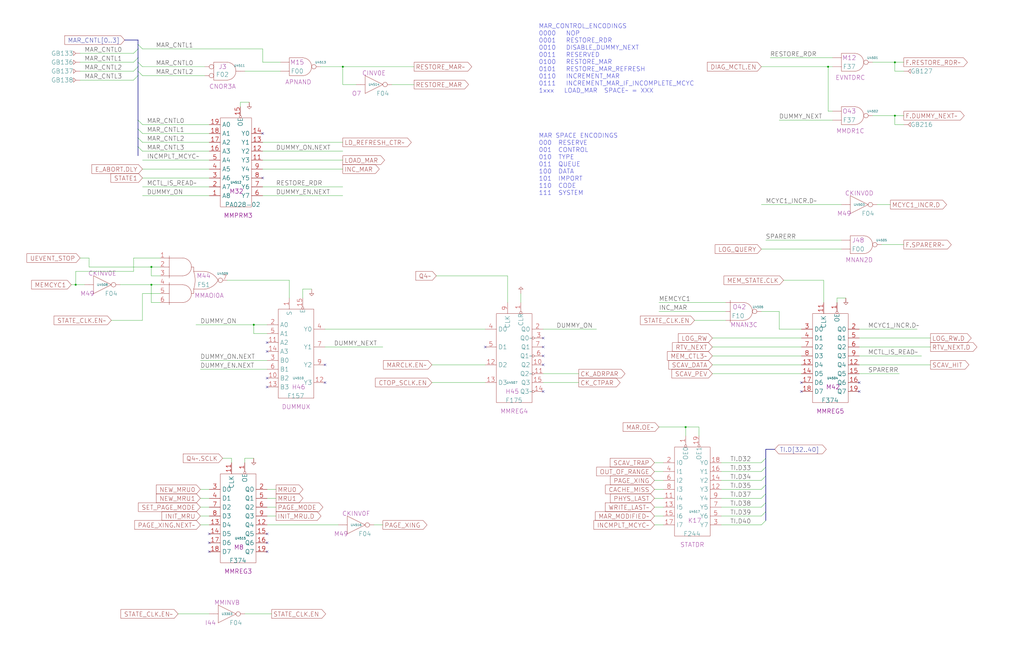
<source format=kicad_sch>
(kicad_sch (version 20230121) (generator eeschema)
  (paper "User" 584.2 378.46)
  (title_block (title "MEMORY STATE MONITOR") (date "20-MAR-90") (rev "1.0") (comment 1 "FIU") (comment 2 "232-003065") (comment 3 "S400") (comment 4 "RELEASED"))
  (lib_symbols
    (symbol "r1000:F00" (pin_numbers hide) (pin_names hide)
      (property "Reference" "U" (at 15.24 0 0))
      (property "Value" "F00" (at 1.905 -5.08 0))
      (property "Location" "___" (at 1.905 0 0))
      (property "Name" "______" (at 2.54 -12.7 0))
      (symbol "F00_1_1"
        (pin input line (at -7.62 0 0) (length 5.08) (name "D0") (number "1"))
        (pin input line (at -7.62 -5.08 0) (length 5.08) (name "D1") (number "2"))
        (pin output line (at 15.24 -2.54 180) (length 2.54) (name "Q") (number "3"))
      )
      (symbol "F00_1_2"
        (pin input line (at -7.62 0 0) (length 2.54) (name "D0") (number "1"))
        (pin input line (at -7.62 -5.08 0) (length 2.54) (name "D1") (number "2"))
        (pin output line (at 15.24 -2.54 180) (length 5.08) (name "Q") (number "3"))
      )
    )
    (symbol "r1000:F02" (pin_numbers hide) (pin_names hide)
      (property "Reference" "U" (at 12.16 0.635 0))
      (property "Value" "F02" (at -1.27 -4.445 0))
      (property "Location" "___" (at 2.54 0 0))
      (property "Name" "______" (at 2.54 -12.7 0))
      (symbol "F02_1_1"
        (pin input line (at -7.62 0 0) (length 2.54) (name "D0") (number "1"))
        (pin input line (at -7.62 -5.08 0) (length 2.54) (name "D1") (number "2"))
        (pin output line (at 15.24 -2.54 180) (length 1.27) (name "Q") (number "3"))
      )
      (symbol "F02_1_2"
        (pin input line (at -7.62 0 0) (length 2.54) (name "D0") (number "1"))
        (pin input line (at -7.62 -5.08 0) (length 2.54) (name "D1") (number "2"))
        (pin output line (at 15.24 -2.54 180) (length 2.54) (name "Q") (number "3"))
      )
    )
    (symbol "r1000:F04" (pin_numbers hide) (pin_names hide)
      (property "Reference" "U" (at 0 0 0))
      (property "Value" "F04" (at 1.27 -5.08 0))
      (property "Location" "___" (at -12.7 -5.08 0))
      (property "Name" "______" (at 0 5.08 0))
      (symbol "F04_1_1"
        (pin input line (at -10.16 0 0) (length 2.54) (name "D0") (number "1"))
        (pin output line (at 10.16 0 180) (length 2.54) (name "Q") (number "2"))
      )
    )
    (symbol "r1000:F10" (pin_numbers hide) (pin_names hide)
      (property "Reference" "U" (at 13.335 0 0))
      (property "Value" "F10" (at 5.715 -5.08 0))
      (property "Location" "___" (at -1.27 0 0))
      (property "Name" "______" (at -2.54 -10.16 0))
      (symbol "F10_1_1"
        (pin input line (at -5.08 2.54 0) (length 2.54) (name "D0") (number "1"))
        (pin input line (at -5.08 -2.54 0) (length 2.54) (name "D1") (number "2"))
        (pin input line (at -5.08 -7.62 0) (length 2.54) (name "D2") (number "3"))
        (pin output line (at 15.24 -2.54 180) (length 2.54) (name "Q") (number "4"))
      )
      (symbol "F10_1_2"
        (pin input line (at -5.08 2.54 0) (length 0) (name "D0") (number "1"))
        (pin input line (at -5.08 -2.54 0) (length 0) (name "D1") (number "2"))
        (pin input line (at -5.08 -7.62 0) (length 0) (name "D2") (number "3"))
        (pin output line (at 15.24 -2.54 180) (length 2.54) (name "Q") (number "4"))
      )
    )
    (symbol "r1000:F157" (pin_names (offset 1.016))
      (property "Reference" "U" (at 2.54 5.08 0))
      (property "Value" "F157" (at -3.81 -5.08 0))
      (property "Location" "___" (at -1.27 0 0))
      (property "Name" "______" (at 1.27 -12.7 0))
      (symbol "F157_1_1"
        (pin input line (at -2.54 50.8 270) (length 6.35) (name "S") (number "1"))
        (pin input line (at -15.24 5.08 0) (length 6.35) (name "B2") (number "10"))
        (pin input line (at -15.24 25.4 0) (length 6.35) (name "A2") (number "11"))
        (pin output line (at 17.78 2.54 180) (length 6.35) (name "Y3") (number "12"))
        (pin input line (at -15.24 0 0) (length 6.35) (name "B3") (number "13"))
        (pin input line (at -15.24 20.32 0) (length 6.35) (name "A3") (number "14"))
        (pin input line (at 5.08 50.8 270) (length 5.08) (name "E") (number "15"))
        (pin input line (at -15.24 35.56 0) (length 6.35) (name "A0") (number "2"))
        (pin input line (at -15.24 15.24 0) (length 6.35) (name "B0") (number "3"))
        (pin output line (at 17.78 33.02 180) (length 6.35) (name "Y0") (number "4"))
        (pin input line (at -15.24 30.48 0) (length 6.35) (name "A1") (number "5"))
        (pin input line (at -15.24 10.16 0) (length 6.35) (name "B1") (number "6"))
        (pin output line (at 17.78 22.86 180) (length 6.35) (name "Y1") (number "7"))
        (pin output line (at 17.78 12.7 180) (length 6.35) (name "Y2") (number "9"))
      )
    )
    (symbol "r1000:F175" (pin_names (offset 1.016))
      (property "Reference" "U" (at 2.54 5.08 0))
      (property "Value" "F175" (at -1.27 -5.08 0))
      (property "Location" "___" (at -1.27 0 0))
      (property "Name" "______" (at 3.81 -12.7 0))
      (symbol "F175_1_1"
        (pin input line (at 7.62 50.8 270) (length 5.08) (name "CLR") (number "1"))
        (pin output line (at 20.32 15.24 180) (length 6.35) (name "Q2") (number "10"))
        (pin output line (at 20.32 10.16 180) (length 5.08) (name "Q2~") (number "11"))
        (pin input line (at -12.7 15.24 0) (length 6.35) (name "D2") (number "12"))
        (pin input line (at -12.7 5.08 0) (length 6.35) (name "D3") (number "13"))
        (pin output line (at 20.32 0 180) (length 5.08) (name "Q3~") (number "14"))
        (pin output line (at 20.32 5.08 180) (length 6.35) (name "Q3") (number "15"))
        (pin output line (at 20.32 35.56 180) (length 6.35) (name "Q0") (number "2"))
        (pin output line (at 20.32 30.48 180) (length 5.08) (name "Q0~") (number "3"))
        (pin input line (at -12.7 35.56 0) (length 6.35) (name "D0") (number "4"))
        (pin input line (at -12.7 25.4 0) (length 6.35) (name "D1") (number "5"))
        (pin output line (at 20.32 20.32 180) (length 5.08) (name "Q1~") (number "6"))
        (pin output line (at 20.32 25.4 180) (length 6.35) (name "Q1") (number "7"))
        (pin input line (at 0 50.8 270) (length 6.35) (name "CLK") (number "9"))
      )
    )
    (symbol "r1000:F244" (pin_names (offset 1.016))
      (property "Reference" "U" (at 2.54 5.08 0))
      (property "Value" "F244" (at -3.81 -7.62 0))
      (property "Location" "___" (at -1.27 0 0))
      (property "Name" "______" (at 1.27 -15.24 0))
      (symbol "F244_1_1"
        (pin input line (at -2.54 48.26 270) (length 5.08) (name "OE0") (number "1"))
        (pin input line (at -15.24 12.7 0) (length 6.35) (name "I4") (number "11"))
        (pin tri_state line (at 17.78 17.78 180) (length 6.35) (name "Y3") (number "12"))
        (pin input line (at -15.24 7.62 0) (length 6.35) (name "I5") (number "13"))
        (pin tri_state line (at 17.78 22.86 180) (length 6.35) (name "Y2") (number "14"))
        (pin input line (at -15.24 2.54 0) (length 6.35) (name "I6") (number "15"))
        (pin tri_state line (at 17.78 27.94 180) (length 6.35) (name "Y1") (number "16"))
        (pin input line (at -15.24 -2.54 0) (length 6.35) (name "I7") (number "17"))
        (pin tri_state line (at 17.78 33.02 180) (length 6.35) (name "Y0") (number "18"))
        (pin input line (at 5.08 48.26 270) (length 5.08) (name "OE1") (number "19"))
        (pin input line (at -15.24 33.02 0) (length 6.35) (name "I0") (number "2"))
        (pin tri_state line (at 17.78 -2.54 180) (length 6.35) (name "Y7") (number "3"))
        (pin input line (at -15.24 27.94 0) (length 6.35) (name "I1") (number "4"))
        (pin tri_state line (at 17.78 2.54 180) (length 6.35) (name "Y6") (number "5"))
        (pin input line (at -15.24 22.86 0) (length 6.35) (name "I2") (number "6"))
        (pin tri_state line (at 17.78 7.62 180) (length 6.35) (name "Y5") (number "7"))
        (pin input line (at -15.24 17.78 0) (length 6.35) (name "I3") (number "8"))
        (pin tri_state line (at 17.78 12.7 180) (length 6.35) (name "Y4") (number "9"))
      )
    )
    (symbol "r1000:F37" (pin_numbers hide) (pin_names (offset 0) hide)
      (property "Reference" "U" (at 15.24 0 0))
      (property "Value" "F37" (at 1.905 -5.08 0))
      (property "Location" "___" (at 1.905 0 0))
      (property "Name" "______" (at 2.54 -12.7 0))
      (symbol "F37_1_1"
        (pin input line (at -7.62 0 0) (length 5.08) (name "D0") (number "1"))
        (pin input line (at -7.62 -5.08 0) (length 5.08) (name "D1") (number "2"))
        (pin output line (at 15.24 -2.54 180) (length 2.54) (name "Q") (number "3"))
      )
      (symbol "F37_1_2"
        (pin input line (at -7.62 0 0) (length 2.54) (name "D0") (number "1"))
        (pin input line (at -7.62 -5.08 0) (length 2.54) (name "D1") (number "2"))
        (pin output line (at 15.24 -2.54 180) (length 5.08) (name "Q") (number "3"))
      )
    )
    (symbol "r1000:F374" (pin_names (offset 1.016))
      (property "Reference" "U" (at 2.54 5.08 0))
      (property "Value" "F374" (at -3.81 -7.62 0))
      (property "Location" "___" (at -1.27 0 0))
      (property "Name" "______" (at 1.27 -15.24 0))
      (symbol "F374_1_1"
        (pin input line (at 5.08 48.26 270) (length 5.08) (name "OE") (number "1"))
        (pin input line (at -2.54 48.26 270) (length 6.35) (name "CLK") (number "11"))
        (pin tri_state line (at 17.78 12.7 180) (length 6.35) (name "Q4") (number "12"))
        (pin input line (at -15.24 12.7 0) (length 6.35) (name "D4") (number "13"))
        (pin input line (at -15.24 7.62 0) (length 6.35) (name "D5") (number "14"))
        (pin tri_state line (at 17.78 7.62 180) (length 6.35) (name "Q5") (number "15"))
        (pin tri_state line (at 17.78 2.54 180) (length 6.35) (name "Q6") (number "16"))
        (pin input line (at -15.24 2.54 0) (length 6.35) (name "D6") (number "17"))
        (pin input line (at -15.24 -2.54 0) (length 6.35) (name "D7") (number "18"))
        (pin tri_state line (at 17.78 -2.54 180) (length 6.35) (name "Q7") (number "19"))
        (pin tri_state line (at 17.78 33.02 180) (length 6.35) (name "Q0") (number "2"))
        (pin input line (at -15.24 33.02 0) (length 6.35) (name "D0") (number "3"))
        (pin input line (at -15.24 27.94 0) (length 6.35) (name "D1") (number "4"))
        (pin tri_state line (at 17.78 27.94 180) (length 6.35) (name "Q1") (number "5"))
        (pin tri_state line (at 17.78 22.86 180) (length 6.35) (name "Q2") (number "6"))
        (pin input line (at -15.24 22.86 0) (length 6.35) (name "D2") (number "7"))
        (pin input line (at -15.24 17.78 0) (length 6.35) (name "D3") (number "8"))
        (pin tri_state line (at 17.78 17.78 180) (length 6.35) (name "Q3") (number "9"))
      )
    )
    (symbol "r1000:F51" (pin_names hide)
      (property "Reference" "U" (at 12.7 1.27 0))
      (property "Value" "F51" (at 1.905 -5.08 0))
      (property "Location" "___" (at 1.905 0 0))
      (property "Name" "______" (at 5.08 -12.7 0))
      (symbol "F51_1_1"
        (pin input line (at -22.86 10.16 0) (length 2.54) (name "A1") (number "1"))
        (pin input line (at -22.86 5.08 0) (length 2.54) (name "A2") (number "2"))
        (pin input line (at -22.86 0 0) (length 2.54) (name "A3") (number "3"))
        (pin input line (at -22.86 -5.08 0) (length 2.54) (name "B1") (number "4"))
        (pin input line (at -22.86 -10.16 0) (length 2.54) (name "B2") (number "5"))
        (pin input line (at -22.86 -15.24 0) (length 2.54) (name "B3") (number "6"))
        (pin output line (at 15.24 -2.54 180) (length 2.54) (name "Q") (number "7"))
      )
    )
    (symbol "r1000:GB" (pin_numbers hide) (pin_names (offset 0) hide)
      (property "Reference" "GB" (at 3.81 0 0))
      (symbol "GB_1_1"
        (pin bidirectional line (at 0 0 0) (length 2.54) (name "") (number "1"))
      )
    )
    (symbol "r1000:PAxxx" (pin_names (offset 1.016))
      (property "Reference" "U" (at 2.54 5.08 0))
      (property "Value" "PAxxx" (at -3.81 -7.62 0))
      (property "Location" "___" (at -1.27 0 0))
      (property "Name" "______" (at 3.81 -15.24 0))
      (symbol "PAxxx_1_1"
        (pin input line (at -12.7 -2.54 0) (length 6.35) (name "A8") (number "1"))
        (pin tri_state line (at 17.78 17.78 180) (length 6.35) (name "Y3") (number "11"))
        (pin tri_state line (at 17.78 22.86 180) (length 6.35) (name "Y2") (number "12"))
        (pin tri_state line (at 17.78 27.94 180) (length 6.35) (name "Y1") (number "13"))
        (pin tri_state line (at 17.78 33.02 180) (length 6.35) (name "Y0") (number "14"))
        (pin input line (at 5.08 48.26 270) (length 5.08) (name "OE") (number "15"))
        (pin input line (at -12.7 22.86 0) (length 6.35) (name "A3") (number "16"))
        (pin input line (at -12.7 27.94 0) (length 6.35) (name "A2") (number "17"))
        (pin input line (at -12.7 33.02 0) (length 6.35) (name "A1") (number "18"))
        (pin input line (at -12.7 38.1 0) (length 6.35) (name "A0") (number "19"))
        (pin input line (at -12.7 2.54 0) (length 6.35) (name "A7") (number "2"))
        (pin input line (at -12.7 7.62 0) (length 6.35) (name "A6") (number "3"))
        (pin input line (at -12.7 12.7 0) (length 6.35) (name "A5") (number "4"))
        (pin input line (at -12.7 17.78 0) (length 6.35) (name "A4") (number "5"))
        (pin tri_state line (at 17.78 -2.54 180) (length 6.35) (name "Y7") (number "6"))
        (pin tri_state line (at 17.78 2.54 180) (length 6.35) (name "Y6") (number "7"))
        (pin tri_state line (at 17.78 7.62 180) (length 6.35) (name "Y5") (number "8"))
        (pin tri_state line (at 17.78 12.7 180) (length 6.35) (name "Y4") (number "9"))
      )
    )
    (symbol "r1000:PD" (power) (pin_numbers hide) (pin_names hide) (in_bom no)
      (symbol "PD_1_1"
        (pin power_in line (at 0 0 270) (length 2.54) (name "PD") (number "1"))
      )
    )
    (symbol "r1000:PU" (power) (pin_numbers hide) (pin_names hide)
      (symbol "PU_1_1"
        (pin power_in line (at 0 0 90) (length 2.54) (name "PU") (number "1"))
      )
    )
  )
  (junction (at 43.18 162.56))
  (junction (at 86.36 152.4))
  (junction (at 510.54 35.56))
  (junction (at 510.54 66.04))
  (junction (at 391.16 243.84))
  (junction (at 86.36 162.56))
  (junction (at 472.44 38.1))
  (junction (at 195.58 38.1))
  (junction (at 144.78 185.42))
  (no_connect (at 309.88 203.2))
  (no_connect (at 119.38 309.88))
  (no_connect (at 309.88 193.04))
  (no_connect (at 149.86 101.6))
  (no_connect (at 309.88 198.12))
  (no_connect (at 185.42 218.44))
  (no_connect (at 119.38 314.96))
  (no_connect (at 152.4 200.66))
  (no_connect (at 152.4 220.98))
  (no_connect (at 152.4 309.88))
  (no_connect (at 149.86 76.2))
  (no_connect (at 457.2 218.44))
  (no_connect (at 152.4 215.9))
  (no_connect (at 309.88 208.28))
  (no_connect (at 457.2 223.52))
  (no_connect (at 490.22 218.44))
  (no_connect (at 309.88 223.52))
  (no_connect (at 152.4 195.58))
  (no_connect (at 276.86 198.12))
  (no_connect (at 185.42 208.28))
  (no_connect (at 119.38 304.8))
  (no_connect (at 152.4 314.96))
  (no_connect (at 490.22 223.52))
  (no_connect (at 152.4 304.8))
  (bus_entry (at 78.74 25.4) (size 2.54 2.54))
  (bus_entry (at 78.74 83.82) (size 2.54 2.54))
  (bus_entry (at 436.88 297.18) (size -2.54 2.54))
  (bus_entry (at 436.88 292.1) (size -2.54 2.54))
  (bus_entry (at 78.74 43.18) (size -2.54 2.54))
  (bus_entry (at 78.74 38.1) (size -2.54 2.54))
  (bus_entry (at 436.88 276.86) (size -2.54 2.54))
  (bus_entry (at 436.88 287.02) (size -2.54 2.54))
  (bus_entry (at 78.74 68.58) (size 2.54 2.54))
  (bus_entry (at 436.88 271.78) (size -2.54 2.54))
  (bus_entry (at 78.74 78.74) (size 2.54 2.54))
  (bus_entry (at 78.74 33.02) (size -2.54 2.54))
  (bus_entry (at 436.88 266.7) (size -2.54 2.54))
  (bus_entry (at 78.74 73.66) (size 2.54 2.54))
  (bus_entry (at 436.88 261.62) (size -2.54 2.54))
  (bus_entry (at 78.74 35.56) (size 2.54 2.54))
  (bus_entry (at 436.88 281.94) (size -2.54 2.54))
  (bus_entry (at 78.74 27.94) (size -2.54 2.54))
  (bus_entry (at 78.74 40.64) (size 2.54 2.54))
  (wire (pts (xy 160.02 35.56) (xy 149.86 35.56)))
  (wire (pts (xy 43.18 154.94) (xy 76.2 154.94)))
  (wire (pts (xy 472.44 38.1) (xy 474.98 38.1)))
  (wire (pts (xy 91.44 157.48) (xy 86.36 157.48)))
  (wire (pts (xy 149.86 111.76) (xy 195.58 111.76)))
  (wire (pts (xy 142.24 58.42) (xy 137.16 58.42)))
  (wire (pts (xy 482.6 170.18) (xy 477.52 170.18)))
  (wire (pts (xy 444.5 68.58) (xy 474.98 68.58)))
  (wire (pts (xy 490.22 208.28) (xy 530.86 208.28)))
  (wire (pts (xy 406.4 213.36) (xy 457.2 213.36)))
  (wire (pts (xy 474.98 63.5) (xy 472.44 63.5)))
  (wire (pts (xy 373.38 279.4) (xy 378.46 279.4)))
  (wire (pts (xy 213.36 299.72) (xy 218.44 299.72)))
  (bus (pts (xy 436.88 266.7) (xy 436.88 271.78)))
  (wire (pts (xy 515.62 71.12) (xy 510.54 71.12)))
  (bus (pts (xy 78.74 83.82) (xy 78.74 88.9)))
  (wire (pts (xy 195.58 48.26) (xy 195.58 38.1)))
  (bus (pts (xy 78.74 27.94) (xy 78.74 33.02)))
  (wire (pts (xy 406.4 208.28) (xy 457.2 208.28)))
  (wire (pts (xy 309.88 213.36) (xy 330.2 213.36)))
  (bus (pts (xy 78.74 43.18) (xy 78.74 68.58)))
  (wire (pts (xy 411.48 294.64) (xy 434.34 294.64)))
  (wire (pts (xy 45.72 30.48) (xy 76.2 30.48)))
  (wire (pts (xy 497.84 35.56) (xy 510.54 35.56)))
  (wire (pts (xy 469.9 172.72) (xy 469.9 160.02)))
  (wire (pts (xy 152.4 294.64) (xy 157.48 294.64)))
  (wire (pts (xy 373.38 264.16) (xy 378.46 264.16)))
  (wire (pts (xy 144.78 261.62) (xy 139.7 261.62)))
  (wire (pts (xy 81.28 96.52) (xy 119.38 96.52)))
  (wire (pts (xy 502.92 139.7) (xy 515.62 139.7)))
  (wire (pts (xy 490.22 198.12) (xy 530.86 198.12)))
  (wire (pts (xy 86.36 172.72) (xy 86.36 162.56)))
  (wire (pts (xy 406.4 193.04) (xy 457.2 193.04)))
  (wire (pts (xy 515.62 40.64) (xy 510.54 40.64)))
  (wire (pts (xy 373.38 299.72) (xy 378.46 299.72)))
  (wire (pts (xy 81.28 86.36) (xy 119.38 86.36)))
  (wire (pts (xy 500.38 116.84) (xy 508 116.84)))
  (wire (pts (xy 81.28 167.64) (xy 91.44 167.64)))
  (wire (pts (xy 81.28 71.12) (xy 119.38 71.12)))
  (wire (pts (xy 490.22 193.04) (xy 530.86 193.04)))
  (wire (pts (xy 68.58 162.56) (xy 86.36 162.56)))
  (wire (pts (xy 289.56 172.72) (xy 289.56 157.48)))
  (wire (pts (xy 396.24 182.88) (xy 414.02 182.88)))
  (bus (pts (xy 78.74 35.56) (xy 78.74 38.1)))
  (wire (pts (xy 373.38 269.24) (xy 378.46 269.24)))
  (bus (pts (xy 436.88 256.54) (xy 441.96 256.54)))
  (wire (pts (xy 114.3 210.82) (xy 152.4 210.82)))
  (wire (pts (xy 472.44 63.5) (xy 472.44 38.1)))
  (bus (pts (xy 436.88 271.78) (xy 436.88 276.86)))
  (wire (pts (xy 223.52 48.26) (xy 236.22 48.26)))
  (wire (pts (xy 411.48 269.24) (xy 434.34 269.24)))
  (wire (pts (xy 43.18 154.94) (xy 43.18 162.56)))
  (bus (pts (xy 78.74 78.74) (xy 78.74 83.82)))
  (wire (pts (xy 114.3 205.74) (xy 152.4 205.74)))
  (wire (pts (xy 81.28 76.2) (xy 119.38 76.2)))
  (wire (pts (xy 144.78 185.42) (xy 152.4 185.42)))
  (wire (pts (xy 497.84 66.04) (xy 510.54 66.04)))
  (bus (pts (xy 78.74 25.4) (xy 78.74 27.94)))
  (wire (pts (xy 114.3 289.56) (xy 119.38 289.56)))
  (wire (pts (xy 81.28 91.44) (xy 119.38 91.44)))
  (wire (pts (xy 373.38 284.48) (xy 378.46 284.48)))
  (wire (pts (xy 469.9 160.02) (xy 447.04 160.02)))
  (bus (pts (xy 78.74 68.58) (xy 78.74 73.66)))
  (wire (pts (xy 139.7 40.64) (xy 160.02 40.64)))
  (wire (pts (xy 114.3 294.64) (xy 119.38 294.64)))
  (wire (pts (xy 45.72 147.32) (xy 50.8 147.32)))
  (wire (pts (xy 490.22 213.36) (xy 513.08 213.36)))
  (wire (pts (xy 149.86 96.52) (xy 195.58 96.52)))
  (wire (pts (xy 50.8 152.4) (xy 86.36 152.4)))
  (wire (pts (xy 510.54 40.64) (xy 510.54 35.56)))
  (wire (pts (xy 195.58 38.1) (xy 236.22 38.1)))
  (wire (pts (xy 149.86 91.44) (xy 195.58 91.44)))
  (bus (pts (xy 436.88 276.86) (xy 436.88 281.94)))
  (wire (pts (xy 152.4 284.48) (xy 157.48 284.48)))
  (wire (pts (xy 457.2 187.96) (xy 444.5 187.96)))
  (wire (pts (xy 373.38 294.64) (xy 378.46 294.64)))
  (wire (pts (xy 114.3 299.72) (xy 119.38 299.72)))
  (wire (pts (xy 246.38 208.28) (xy 276.86 208.28)))
  (wire (pts (xy 81.28 43.18) (xy 116.84 43.18)))
  (wire (pts (xy 91.44 172.72) (xy 86.36 172.72)))
  (wire (pts (xy 375.92 177.8) (xy 414.02 177.8)))
  (wire (pts (xy 477.52 170.18) (xy 477.52 172.72)))
  (wire (pts (xy 63.5 182.88) (xy 81.28 182.88)))
  (wire (pts (xy 391.16 243.84) (xy 375.92 243.84)))
  (wire (pts (xy 309.88 218.44) (xy 330.2 218.44)))
  (wire (pts (xy 165.1 170.18) (xy 165.1 160.02)))
  (wire (pts (xy 152.4 289.56) (xy 157.48 289.56)))
  (wire (pts (xy 490.22 203.2) (xy 525.78 203.2)))
  (bus (pts (xy 78.74 40.64) (xy 78.74 43.18)))
  (wire (pts (xy 132.08 261.62) (xy 127 261.62)))
  (bus (pts (xy 71.12 22.86) (xy 78.74 22.86)))
  (wire (pts (xy 86.36 162.56) (xy 91.44 162.56)))
  (wire (pts (xy 406.4 198.12) (xy 457.2 198.12)))
  (bus (pts (xy 78.74 38.1) (xy 78.74 40.64)))
  (wire (pts (xy 373.38 274.32) (xy 378.46 274.32)))
  (wire (pts (xy 398.78 248.92) (xy 398.78 243.84)))
  (wire (pts (xy 81.28 106.68) (xy 119.38 106.68)))
  (wire (pts (xy 182.88 38.1) (xy 195.58 38.1)))
  (wire (pts (xy 398.78 243.84) (xy 391.16 243.84)))
  (wire (pts (xy 165.1 160.02) (xy 129.54 160.02)))
  (wire (pts (xy 144.78 190.5) (xy 144.78 185.42)))
  (wire (pts (xy 111.76 185.42) (xy 144.78 185.42)))
  (wire (pts (xy 411.48 299.72) (xy 434.34 299.72)))
  (wire (pts (xy 434.34 116.84) (xy 480.06 116.84)))
  (wire (pts (xy 86.36 152.4) (xy 91.44 152.4)))
  (wire (pts (xy 411.48 274.32) (xy 434.34 274.32)))
  (wire (pts (xy 373.38 289.56) (xy 378.46 289.56)))
  (bus (pts (xy 436.88 292.1) (xy 436.88 297.18)))
  (wire (pts (xy 149.86 106.68) (xy 195.58 106.68)))
  (wire (pts (xy 297.18 167.64) (xy 297.18 172.72)))
  (wire (pts (xy 436.88 137.16) (xy 480.06 137.16)))
  (wire (pts (xy 152.4 279.4) (xy 157.48 279.4)))
  (wire (pts (xy 76.2 147.32) (xy 91.44 147.32)))
  (bus (pts (xy 78.74 33.02) (xy 78.74 35.56)))
  (wire (pts (xy 203.2 48.26) (xy 195.58 48.26)))
  (wire (pts (xy 510.54 66.04) (xy 515.62 66.04)))
  (wire (pts (xy 81.28 182.88) (xy 81.28 167.64)))
  (wire (pts (xy 152.4 190.5) (xy 144.78 190.5)))
  (wire (pts (xy 149.86 27.94) (xy 81.28 27.94)))
  (wire (pts (xy 149.86 35.56) (xy 149.86 27.94)))
  (wire (pts (xy 149.86 81.28) (xy 195.58 81.28)))
  (wire (pts (xy 152.4 299.72) (xy 193.04 299.72)))
  (wire (pts (xy 45.72 45.72) (xy 76.2 45.72)))
  (wire (pts (xy 510.54 71.12) (xy 510.54 66.04)))
  (wire (pts (xy 114.3 284.48) (xy 119.38 284.48)))
  (wire (pts (xy 411.48 279.4) (xy 434.34 279.4)))
  (wire (pts (xy 439.42 33.02) (xy 474.98 33.02)))
  (wire (pts (xy 81.28 81.28) (xy 119.38 81.28)))
  (wire (pts (xy 149.86 86.36) (xy 195.58 86.36)))
  (wire (pts (xy 246.38 218.44) (xy 276.86 218.44)))
  (wire (pts (xy 309.88 187.96) (xy 340.36 187.96)))
  (wire (pts (xy 43.18 162.56) (xy 48.26 162.56)))
  (wire (pts (xy 114.3 279.4) (xy 119.38 279.4)))
  (wire (pts (xy 76.2 154.94) (xy 76.2 147.32)))
  (wire (pts (xy 411.48 289.56) (xy 434.34 289.56)))
  (wire (pts (xy 81.28 101.6) (xy 119.38 101.6)))
  (bus (pts (xy 78.74 22.86) (xy 78.74 25.4)))
  (wire (pts (xy 444.5 177.8) (xy 434.34 177.8)))
  (bus (pts (xy 436.88 261.62) (xy 436.88 266.7)))
  (wire (pts (xy 45.72 35.56) (xy 76.2 35.56)))
  (wire (pts (xy 172.72 170.18) (xy 172.72 165.1)))
  (wire (pts (xy 406.4 203.2) (xy 457.2 203.2)))
  (wire (pts (xy 490.22 187.96) (xy 523.24 187.96)))
  (wire (pts (xy 185.42 187.96) (xy 276.86 187.96)))
  (wire (pts (xy 101.6 350.52) (xy 119.38 350.52)))
  (wire (pts (xy 172.72 165.1) (xy 177.8 165.1)))
  (wire (pts (xy 139.7 350.52) (xy 154.94 350.52)))
  (wire (pts (xy 185.42 198.12) (xy 218.44 198.12)))
  (wire (pts (xy 444.5 187.96) (xy 444.5 177.8)))
  (wire (pts (xy 411.48 284.48) (xy 434.34 284.48)))
  (wire (pts (xy 81.28 111.76) (xy 119.38 111.76)))
  (bus (pts (xy 436.88 256.54) (xy 436.88 261.62)))
  (bus (pts (xy 436.88 281.94) (xy 436.88 287.02)))
  (wire (pts (xy 289.56 157.48) (xy 248.92 157.48)))
  (bus (pts (xy 78.74 73.66) (xy 78.74 78.74)))
  (wire (pts (xy 139.7 261.62) (xy 139.7 264.16)))
  (wire (pts (xy 510.54 35.56) (xy 515.62 35.56)))
  (wire (pts (xy 50.8 147.32) (xy 50.8 152.4)))
  (wire (pts (xy 137.16 58.42) (xy 137.16 60.96)))
  (wire (pts (xy 391.16 248.92) (xy 391.16 243.84)))
  (wire (pts (xy 40.64 162.56) (xy 43.18 162.56)))
  (wire (pts (xy 434.34 142.24) (xy 480.06 142.24)))
  (wire (pts (xy 434.34 38.1) (xy 472.44 38.1)))
  (wire (pts (xy 411.48 264.16) (xy 434.34 264.16)))
  (wire (pts (xy 375.92 172.72) (xy 414.02 172.72)))
  (wire (pts (xy 81.28 38.1) (xy 116.84 38.1)))
  (bus (pts (xy 436.88 287.02) (xy 436.88 292.1)))
  (wire (pts (xy 132.08 264.16) (xy 132.08 261.62)))
  (wire (pts (xy 86.36 157.48) (xy 86.36 152.4)))
  (wire (pts (xy 45.72 40.64) (xy 76.2 40.64)))
  (text "MAR_CONTROL_ENCODINGS\n0000   NOP\n0001   RESTORE_RDR\n0010   DISABLE_DUMMY_NEXT\n0011   RESERVED\n0100   RESTORE_MAR\n0101   RESTORE_MAR_REFRESH\n0110   INCREMENT_MAR\n0111   INCREMENT_MAR_IF_INCOMPLETE_MCYC\n1xxx   LOAD_MAR  SPACE~ = XXX" (at 307.34 53.34 0) (effects (font (size 2.54 2.54)) (justify left bottom)))
  (text "MAR SPACE ENCODINGS\n000  RESERVE\n001  CONTROL\n010  TYPE\n011  QUEUE\n100  DATA\n101  IMPORT\n110  CODE\n111  SYSTEM" (at 307.34 111.76 0) (effects (font (size 2.54 2.54)) (justify left bottom)))
  (label "MAR_CNTL3" (at 83.82 86.36 0) (effects (font (size 2.54 2.54))))
  (label "INCMPLT_MCYC~" (at 83.82 91.44 0) (effects (font (size 2.54 2.54))))
  (label "DUMMY_ON" (at 83.82 111.76 0) (effects (font (size 2.54 2.54))))
  (label "TI.D39" (at 416.56 294.64 0) (effects (font (size 2.54 2.54))))
  (label "MCYC1_INCR.D~" (at 495.3 187.96 0) (effects (font (size 2.54 2.54))))
  (label "MAR_CNTL2" (at 88.9 43.18 0) (effects (font (size 2.54 2.54))))
  (label "DUMMY_ON" (at 317.5 187.96 0) (effects (font (size 2.54 2.54))))
  (label "MCTL_IS_READ~" (at 83.82 106.68 0) (effects (font (size 2.54 2.54))))
  (label "TI.D37" (at 416.56 284.48 0) (effects (font (size 2.54 2.54))))
  (label "TI.D32" (at 416.56 264.16 0) (effects (font (size 2.54 2.54))))
  (label "DUMMY_EN.NEXT" (at 157.48 111.76 0) (effects (font (size 2.54 2.54))))
  (label "DUMMY_EN.NEXT" (at 114.3 210.82 0) (effects (font (size 2.54 2.54))))
  (label "SPARERR" (at 436.88 137.16 0) (effects (font (size 2.54 2.54))))
  (label "TI.D35" (at 416.56 279.4 0) (effects (font (size 2.54 2.54))))
  (label "DUMMY_ON" (at 114.3 185.42 0) (effects (font (size 2.54 2.54))))
  (label "MAR_CNTL3" (at 48.26 45.72 0) (effects (font (size 2.54 2.54))))
  (label "DUMMY_ON.NEXT" (at 157.48 86.36 0) (effects (font (size 2.54 2.54))))
  (label "DUMMY_ON.NEXT" (at 114.3 205.74 0) (effects (font (size 2.54 2.54))))
  (label "SPARERR" (at 495.3 213.36 0) (effects (font (size 2.54 2.54))))
  (label "RESTORE_RDR" (at 157.48 106.68 0) (effects (font (size 2.54 2.54))))
  (label "MAR_CNTL1" (at 83.82 76.2 0) (effects (font (size 2.54 2.54))))
  (label "DUMMY_NEXT" (at 444.5 68.58 0) (effects (font (size 2.54 2.54))))
  (label "INC_MAR" (at 375.92 177.8 0) (effects (font (size 2.54 2.54))))
  (label "MAR_CNTL2" (at 48.26 40.64 0) (effects (font (size 2.54 2.54))))
  (label "TI.D33" (at 416.56 269.24 0) (effects (font (size 2.54 2.54))))
  (label "MEMCYC1" (at 375.92 172.72 0) (effects (font (size 2.54 2.54))))
  (label "MAR_CNTL0" (at 88.9 38.1 0) (effects (font (size 2.54 2.54))))
  (label "MAR_CNTL0" (at 83.82 71.12 0) (effects (font (size 2.54 2.54))))
  (label "TI.D34" (at 416.56 274.32 0) (effects (font (size 2.54 2.54))))
  (label "MCTL_IS_READ~" (at 495.3 203.2 0) (effects (font (size 2.54 2.54))))
  (label "MAR_CNTL1" (at 88.9 27.94 0) (effects (font (size 2.54 2.54))))
  (label "TI.D40" (at 416.56 299.72 0) (effects (font (size 2.54 2.54))))
  (label "RESTORE_RDR" (at 439.42 33.02 0) (effects (font (size 2.54 2.54))))
  (label "MAR_CNTL2" (at 83.82 81.28 0) (effects (font (size 2.54 2.54))))
  (label "MAR_CNTL1" (at 48.26 35.56 0) (effects (font (size 2.54 2.54))))
  (label "MCYC1_INCR.D~" (at 436.88 116.84 0) (effects (font (size 2.54 2.54))))
  (label "DUMMY_NEXT" (at 190.5 198.12 0) (effects (font (size 2.54 2.54))))
  (label "MAR_CNTL0" (at 48.26 30.48 0) (effects (font (size 2.54 2.54))))
  (label "TI.D38" (at 416.56 289.56 0) (effects (font (size 2.54 2.54))))
  (global_label "NEW_MRU1" (shape input) (at 114.3 284.48 180) (effects (font (size 2.54 2.54))) (property "Intersheetrefs" "${INTERSHEET_REFS}" (at 89.154 284.3213 0) (effects (font (size 1.905 1.905)) (justify right))))
  (global_label "Q4~" (shape input) (at 248.92 157.48 180) (effects (font (size 2.54 2.54))) (property "Intersheetrefs" "${INTERSHEET_REFS}" (at 219.1778 157.3213 0) (effects (font (size 1.905 1.905)) (justify right))))
  (global_label "LOG_QUERY" (shape input) (at 434.34 142.24 180) (effects (font (size 2.54 2.54))) (property "Intersheetrefs" "${INTERSHEET_REFS}" (at 407.9845 142.0813 0) (effects (font (size 1.905 1.905)) (justify right))))
  (global_label "PAGE_XING" (shape output) (at 218.44 299.72 0) (effects (font (size 2.54 2.54))) (property "Intersheetrefs" "${INTERSHEET_REFS}" (at 243.586 299.5613 0) (effects (font (size 1.905 1.905)) (justify left))))
  (global_label "PAGE_XING" (shape input) (at 373.38 274.32 180) (effects (font (size 2.54 2.54))) (property "Intersheetrefs" "${INTERSHEET_REFS}" (at 347.2496 274.32 0) (effects (justify right))))
  (global_label "PAGE_XING.NEXT~" (shape input) (at 114.3 299.72 180) (effects (font (size 2.54 2.54))) (property "Intersheetrefs" "${INTERSHEET_REFS}" (at 76.8169 299.5613 0) (effects (font (size 1.905 1.905)) (justify right))))
  (global_label "MEM_STATE.CLK" (shape input) (at 447.04 160.02 180) (effects (font (size 2.54 2.54))) (property "Intersheetrefs" "${INTERSHEET_REFS}" (at 413.0645 159.8613 0) (effects (font (size 1.905 1.905)) (justify right))))
  (global_label "RESTORE_MAR" (shape output) (at 236.22 48.26 0) (effects (font (size 2.54 2.54))) (property "Intersheetrefs" "${INTERSHEET_REFS}" (at 267.2927 48.1013 0) (effects (font (size 1.905 1.905)) (justify left))))
  (global_label "STATE1" (shape input) (at 81.28 101.6 180) (effects (font (size 2.54 2.54))) (property "Intersheetrefs" "${INTERSHEET_REFS}" (at 63.2702 101.4413 0) (effects (font (size 1.905 1.905)) (justify right))))
  (global_label "SCAV_TRAP" (shape input) (at 373.38 264.16 180) (effects (font (size 2.54 2.54))) (property "Intersheetrefs" "${INTERSHEET_REFS}" (at 348.113 264.0013 0) (effects (font (size 1.905 1.905)) (justify right))))
  (global_label "WRITE_LAST~" (shape input) (at 373.38 289.56 180) (effects (font (size 2.54 2.54))) (property "Intersheetrefs" "${INTERSHEET_REFS}" (at 345.3311 289.4013 0) (effects (font (size 1.905 1.905)) (justify right))))
  (global_label "LOG_RW" (shape input) (at 406.4 193.04 180) (effects (font (size 2.54 2.54))) (property "Intersheetrefs" "${INTERSHEET_REFS}" (at 386.9388 192.8813 0) (effects (font (size 1.905 1.905)) (justify right))))
  (global_label "MRU1" (shape output) (at 157.48 284.48 0) (effects (font (size 2.54 2.54))) (property "Intersheetrefs" "${INTERSHEET_REFS}" (at 172.8289 284.3213 0) (effects (font (size 1.905 1.905)) (justify left))))
  (global_label "STATE_CLK.EN" (shape output) (at 154.94 350.52 0) (effects (font (size 2.54 2.54))) (property "Intersheetrefs" "${INTERSHEET_REFS}" (at 185.5803 350.3613 0) (effects (font (size 1.905 1.905)) (justify left))))
  (global_label "PAGE_MODE" (shape output) (at 157.48 289.56 0) (effects (font (size 2.54 2.54))) (property "Intersheetrefs" "${INTERSHEET_REFS}" (at 184.1984 289.4013 0) (effects (font (size 1.905 1.905)) (justify left))))
  (global_label "TI.D[32..40]" (shape bidirectional) (at 441.96 256.54 0) (effects (font (size 2.54 2.54))) (property "Intersheetrefs" "${INTERSHEET_REFS}" (at 469.1622 256.3813 0) (effects (font (size 1.905 1.905)) (justify left))))
  (global_label "SCAV_PEV" (shape input) (at 406.4 213.36 180) (effects (font (size 2.54 2.54))) (property "Intersheetrefs" "${INTERSHEET_REFS}" (at 383.3102 213.2013 0) (effects (font (size 1.905 1.905)) (justify right))))
  (global_label "CTOP_SCLK.EN" (shape input) (at 246.38 218.44 180) (effects (font (size 2.54 2.54))) (property "Intersheetrefs" "${INTERSHEET_REFS}" (at 214.2188 218.2813 0) (effects (font (size 1.905 1.905)) (justify right))))
  (global_label "LOG_RW.D" (shape output) (at 530.86 193.04 0) (effects (font (size 2.54 2.54))) (property "Intersheetrefs" "${INTERSHEET_REFS}" (at 554.0708 192.8813 0) (effects (font (size 1.905 1.905)) (justify left))))
  (global_label "INC_MAR" (shape output) (at 195.58 96.52 0) (effects (font (size 2.54 2.54))) (property "Intersheetrefs" "${INTERSHEET_REFS}" (at 216.3717 96.3613 0) (effects (font (size 1.905 1.905)) (justify left))))
  (global_label "MARCLK.EN~" (shape input) (at 246.38 208.28 180) (effects (font (size 2.54 2.54))) (property "Intersheetrefs" "${INTERSHEET_REFS}" (at 218.815 208.1213 0) (effects (font (size 1.905 1.905)) (justify right))))
  (global_label "CK_CTPAR" (shape output) (at 330.2 218.44 0) (effects (font (size 2.54 2.54))) (property "Intersheetrefs" "${INTERSHEET_REFS}" (at 353.7736 218.2813 0) (effects (font (size 1.905 1.905)) (justify left))))
  (global_label "CK_ADRPAR" (shape output) (at 330.2 213.36 0) (effects (font (size 2.54 2.54))) (property "Intersheetrefs" "${INTERSHEET_REFS}" (at 356.5555 213.2013 0) (effects (font (size 1.905 1.905)) (justify left))))
  (global_label "F.SPARERR~" (shape output) (at 515.62 139.7 0) (effects (font (size 2.54 2.54))) (property "Intersheetrefs" "${INTERSHEET_REFS}" (at 542.7012 139.5413 0) (effects (font (size 1.905 1.905)) (justify left))))
  (global_label "MEMCYC1" (shape input) (at 40.64 162.56 180) (effects (font (size 2.54 2.54))) (property "Intersheetrefs" "${INTERSHEET_REFS}" (at 18.034 162.4013 0) (effects (font (size 1.905 1.905)) (justify right))))
  (global_label "F.RESTORE_RDR~" (shape output) (at 515.62 35.56 0) (effects (font (size 2.54 2.54))) (property "Intersheetrefs" "${INTERSHEET_REFS}" (at 551.8936 35.4013 0) (effects (font (size 1.905 1.905)) (justify left))))
  (global_label "INIT_MRU.D" (shape output) (at 157.48 294.64 0) (effects (font (size 2.54 2.54))) (property "Intersheetrefs" "${INTERSHEET_REFS}" (at 183.1098 294.4813 0) (effects (font (size 1.905 1.905)) (justify left))))
  (global_label "MAR.OE~" (shape input) (at 375.92 243.84 180) (effects (font (size 2.54 2.54))) (property "Intersheetrefs" "${INTERSHEET_REFS}" (at 355.4911 243.6813 0) (effects (font (size 1.905 1.905)) (justify right))))
  (global_label "DIAG_MCTL.EN" (shape input) (at 434.34 38.1 180) (effects (font (size 2.54 2.54))) (property "Intersheetrefs" "${INTERSHEET_REFS}" (at 403.5092 37.9413 0) (effects (font (size 1.905 1.905)) (justify right))))
  (global_label "MAR_CNTL[0..3]" (shape input) (at 71.12 22.86 180) (effects (font (size 2.54 2.54))) (property "Intersheetrefs" "${INTERSHEET_REFS}" (at 36.9026 22.7013 0) (effects (font (size 1.905 1.905)) (justify right))))
  (global_label "RTV_NEXT.D" (shape output) (at 530.86 198.12 0) (effects (font (size 2.54 2.54))) (property "Intersheetrefs" "${INTERSHEET_REFS}" (at 557.3365 197.9613 0) (effects (font (size 1.905 1.905)) (justify left))))
  (global_label "UEVENT_STOP" (shape input) (at 45.72 147.32 180) (effects (font (size 2.54 2.54))) (property "Intersheetrefs" "${INTERSHEET_REFS}" (at 15.373 147.1613 0) (effects (font (size 1.905 1.905)) (justify right))))
  (global_label "STATE_CLK.EN" (shape input) (at 396.24 182.88 180) (effects (font (size 2.54 2.54))) (property "Intersheetrefs" "${INTERSHEET_REFS}" (at 365.4092 182.7213 0) (effects (font (size 1.905 1.905)) (justify right))))
  (global_label "PHYS_LAST" (shape input) (at 373.38 284.48 180) (effects (font (size 2.54 2.54))) (property "Intersheetrefs" "${INTERSHEET_REFS}" (at 348.234 284.3213 0) (effects (font (size 1.905 1.905)) (justify right))))
  (global_label "STATE_CLK.EN~" (shape input) (at 63.5 182.88 180) (effects (font (size 2.54 2.54))) (property "Intersheetrefs" "${INTERSHEET_REFS}" (at 30.855 182.7213 0) (effects (font (size 1.905 1.905)) (justify right))))
  (global_label "NEW_MRU0" (shape input) (at 114.3 279.4 180) (effects (font (size 2.54 2.54))) (property "Intersheetrefs" "${INTERSHEET_REFS}" (at 89.154 279.2413 0) (effects (font (size 1.905 1.905)) (justify right))))
  (global_label "SET_PAGE_MODE" (shape input) (at 114.3 289.56 180) (effects (font (size 2.54 2.54))) (property "Intersheetrefs" "${INTERSHEET_REFS}" (at 78.994 289.4013 0) (effects (font (size 1.905 1.905)) (justify right))))
  (global_label "INCMPLT_MCYC~" (shape input) (at 373.38 299.72 180) (effects (font (size 2.54 2.54))) (property "Intersheetrefs" "${INTERSHEET_REFS}" (at 338.7997 299.5613 0) (effects (font (size 1.905 1.905)) (justify right))))
  (global_label "RTV_NEXT" (shape input) (at 406.4 198.12 180) (effects (font (size 2.54 2.54))) (property "Intersheetrefs" "${INTERSHEET_REFS}" (at 383.673 197.9613 0) (effects (font (size 1.905 1.905)) (justify right))))
  (global_label "Q4~.SCLK" (shape input) (at 127 261.62 180) (effects (font (size 2.54 2.54))) (property "Intersheetrefs" "${INTERSHEET_REFS}" (at 104.515 261.4613 0) (effects (font (size 1.905 1.905)) (justify right))))
  (global_label "MRU0" (shape output) (at 157.48 279.4 0) (effects (font (size 2.54 2.54))) (property "Intersheetrefs" "${INTERSHEET_REFS}" (at 172.8289 279.2413 0) (effects (font (size 1.905 1.905)) (justify left))))
  (global_label "CACHE_MISS" (shape input) (at 373.38 279.4 180) (effects (font (size 2.54 2.54))) (property "Intersheetrefs" "${INTERSHEET_REFS}" (at 325.1321 279.2413 0) (effects (font (size 1.905 1.905)) (justify right))))
  (global_label "INIT_MRU" (shape input) (at 114.3 294.64 180) (effects (font (size 2.54 2.54))) (property "Intersheetrefs" "${INTERSHEET_REFS}" (at 92.4197 294.4813 0) (effects (font (size 1.905 1.905)) (justify right))))
  (global_label "MCYC1_INCR.D" (shape output) (at 508 116.84 0) (effects (font (size 2.54 2.54))) (property "Intersheetrefs" "${INTERSHEET_REFS}" (at 540.0403 116.6813 0) (effects (font (size 1.905 1.905)) (justify left))))
  (global_label "MEM_CTL3~" (shape input) (at 406.4 203.2 180) (effects (font (size 2.54 2.54))) (property "Intersheetrefs" "${INTERSHEET_REFS}" (at 380.7702 203.0413 0) (effects (font (size 1.905 1.905)) (justify right))))
  (global_label "MAR_MODIFIED~" (shape input) (at 373.38 294.64 180) (effects (font (size 2.54 2.54))) (property "Intersheetrefs" "${INTERSHEET_REFS}" (at 339.6464 294.4813 0) (effects (font (size 1.905 1.905)) (justify right))))
  (global_label "LD_REFRESH_CTR~" (shape output) (at 195.58 81.28 0) (effects (font (size 2.54 2.54))) (property "Intersheetrefs" "${INTERSHEET_REFS}" (at 234.6355 81.1213 0) (effects (font (size 1.905 1.905)) (justify left))))
  (global_label "LOAD_MAR" (shape output) (at 195.58 91.44 0) (effects (font (size 2.54 2.54))) (property "Intersheetrefs" "${INTERSHEET_REFS}" (at 219.3955 91.2813 0) (effects (font (size 1.905 1.905)) (justify left))))
  (global_label "STATE_CLK.EN~" (shape input) (at 101.6 350.52 180) (effects (font (size 2.54 2.54))) (property "Intersheetrefs" "${INTERSHEET_REFS}" (at 69.1455 350.3613 0) (effects (font (size 1.905 1.905)) (justify right))))
  (global_label "RESTORE_MAR~" (shape output) (at 236.22 38.1 0) (effects (font (size 2.54 2.54))) (property "Intersheetrefs" "${INTERSHEET_REFS}" (at 269.107 37.9413 0) (effects (font (size 1.905 1.905)) (justify left))))
  (global_label "SCAV_DATA" (shape input) (at 406.4 208.28 180) (effects (font (size 2.54 2.54))) (property "Intersheetrefs" "${INTERSHEET_REFS}" (at 381.4959 208.1213 0) (effects (font (size 1.905 1.905)) (justify right))))
  (global_label "F.DUMMY_NEXT~" (shape output) (at 515.62 66.04 0) (effects (font (size 2.54 2.54))) (property "Intersheetrefs" "${INTERSHEET_REFS}" (at 550.0793 65.8813 0) (effects (font (size 1.905 1.905)) (justify left))))
  (global_label "SCAV_HIT" (shape output) (at 530.86 208.28 0) (effects (font (size 2.54 2.54))) (property "Intersheetrefs" "${INTERSHEET_REFS}" (at 552.7403 208.1213 0) (effects (font (size 1.905 1.905)) (justify left))))
  (global_label "E_ABORT.DLY" (shape input) (at 81.28 96.52 180) (effects (font (size 2.54 2.54))) (property "Intersheetrefs" "${INTERSHEET_REFS}" (at 52.3845 96.3613 0) (effects (font (size 1.905 1.905)) (justify right))))
  (global_label "OUT_OF_RANGE" (shape input) (at 373.38 269.24 180) (effects (font (size 2.54 2.54))) (property "Intersheetrefs" "${INTERSHEET_REFS}" (at 340.3721 269.0813 0) (effects (font (size 1.905 1.905)) (justify right))))
  (symbol (lib_id "r1000:F00") (at 167.64 35.56 0) (unit 1)
    (property "Reference" "U4513" (at 182.88 35.56 0))
    (property "Value" "F00" (at 169.545 40.64 0) (effects (font (size 2.54 2.54))))
    (property "Location" "M15" (at 169.545 35.56 0) (effects (font (size 2.54 2.54))))
    (property "Name" "APNAND" (at 170.18 48.26 0) (effects (font (size 2.54 2.54)) (justify bottom)))
  )
  (symbol (lib_id "r1000:F374") (at 134.62 312.42 0) (unit 1)
    (property "Reference" "U4515" (at 137.16 307.34 0))
    (property "Value" "F374" (at 130.81 320.04 0) (effects (font (size 2.54 2.54)) (justify left)))
    (property "Location" "M8" (at 133.35 312.42 0) (effects (font (size 2.54 2.54)) (justify left)))
    (property "Name" "MMREG3" (at 135.89 327.66 0) (effects (font (size 2.54 2.54)) (justify bottom)))
  )
  (symbol (lib_id "r1000:F04") (at 203.2 299.72 0) (unit 1)
    (property "Reference" "U4516" (at 203.2 299.72 0))
    (property "Value" "F04" (at 204.47 304.8 0) (effects (font (size 2.54 2.54)) (justify left)))
    (property "Location" "M49" (at 190.5 304.8 0) (effects (font (size 2.54 2.54)) (justify left)))
    (property "Name" "CKINV0F" (at 203.2 294.64 0) (effects (font (size 2.54 2.54)) (justify bottom)))
  )
  (symbol (lib_id "r1000:GB") (at 45.72 40.64 0) (mirror y) (unit 1)
    (property "Reference" "GB137" (at 41.91 40.64 0) (effects (font (size 2.54 2.54)) (justify left)))
    (property "Value" "GB" (effects hide))
  )
  (symbol (lib_id "r1000:F10") (at 419.1 175.26 0) (unit 1)
    (property "Reference" "U4506" (at 432.435 175.26 0))
    (property "Value" "F10" (at 424.815 180.34 0) (effects (font (size 2.54 2.54)) (justify right)))
    (property "Location" "O42" (at 417.83 175.26 0) (effects (font (size 2.54 2.54)) (justify left)))
    (property "Name" "MNAN3C" (at 416.56 185.42 0) (effects (font (size 2.54 2.54)) (justify left)))
  )
  (symbol (lib_id "r1000:GB") (at 515.62 40.64 0) (unit 1)
    (property "Reference" "GB127" (at 519.43 40.64 0) (effects (font (size 2.54 2.54)) (justify left)))
    (property "Value" "GB" (effects hide))
  )
  (symbol (lib_id "r1000:F02") (at 124.46 38.1 0) (unit 1) (convert 2)
    (property "Reference" "U4511" (at 136.62 37.465 0))
    (property "Value" "F02" (at 123.19 42.545 0) (effects (font (size 2.54 2.54)) (justify left)))
    (property "Location" "J3" (at 127 38.1 0) (effects (font (size 2.54 2.54))))
    (property "Name" "CNOR3A" (at 127 50.8 0) (effects (font (size 2.54 2.54)) (justify bottom)))
  )
  (symbol (lib_id "r1000:F04") (at 129.54 350.52 0) (unit 1)
    (property "Reference" "U3303" (at 129.54 350.52 0))
    (property "Value" "F04" (at 130.81 355.6 0) (effects (font (size 2.54 2.54)) (justify left)))
    (property "Location" "I44" (at 116.84 355.6 0) (effects (font (size 2.54 2.54)) (justify left)))
    (property "Name" "MMINVB" (at 129.54 345.44 0) (effects (font (size 2.54 2.54)) (justify bottom)))
  )
  (symbol (lib_id "r1000:PAxxx") (at 132.08 109.22 0) (unit 1)
    (property "Reference" "U4512" (at 134.62 104.14 0))
    (property "Value" "PA028-02" (at 128.27 116.84 0) (effects (font (size 2.54 2.54)) (justify left)))
    (property "Location" "M32" (at 130.81 109.22 0) (effects (font (size 2.54 2.54)) (justify left)))
    (property "Name" "MMPRM3" (at 135.89 124.46 0) (effects (font (size 2.54 2.54)) (justify bottom)))
  )
  (symbol (lib_id "r1000:PD") (at 142.24 58.42 0) (unit 1) (in_bom no)
    (property "Reference" "#PWR0215" (effects hide))
    (property "Value" "PD" (effects hide))
  )
  (symbol (lib_id "r1000:GB") (at 515.62 71.12 0) (unit 1)
    (property "Reference" "GB216" (at 519.43 71.12 0) (effects (font (size 2.54 2.54)) (justify left)))
    (property "Value" "GB" (effects hide))
  )
  (symbol (lib_id "r1000:PD") (at 144.78 261.62 0) (unit 1) (in_bom no)
    (property "Reference" "#PWR0211" (effects hide))
    (property "Value" "PD" (effects hide))
  )
  (symbol (lib_id "r1000:GB") (at 45.72 45.72 0) (mirror y) (unit 1)
    (property "Reference" "GB138" (at 41.91 45.72 0) (effects (font (size 2.54 2.54)) (justify left)))
    (property "Value" "GB" (effects hide))
  )
  (symbol (lib_id "r1000:F244") (at 393.7 297.18 0) (unit 1)
    (property "Reference" "U4517" (at 396.24 292.1 0))
    (property "Value" "F244" (at 389.89 304.8 0) (effects (font (size 2.54 2.54)) (justify left)))
    (property "Location" "K17" (at 392.43 297.18 0) (effects (font (size 2.54 2.54)) (justify left)))
    (property "Name" "STATDR" (at 394.97 312.42 0) (effects (font (size 2.54 2.54)) (justify bottom)))
  )
  (symbol (lib_id "r1000:PD") (at 177.8 165.1 0) (unit 1) (in_bom no)
    (property "Reference" "#PWR0131" (effects hide))
    (property "Value" "PD" (effects hide))
  )
  (symbol (lib_id "r1000:F37") (at 482.6 63.5 0) (unit 1)
    (property "Reference" "U4502" (at 497.84 63.5 0))
    (property "Value" "F37" (at 484.505 68.58 0) (effects (font (size 2.54 2.54))))
    (property "Location" "O43" (at 484.505 63.5 0) (effects (font (size 2.54 2.54))))
    (property "Name" "MMDR1C" (at 485.14 76.2 0) (effects (font (size 2.54 2.54)) (justify bottom)))
  )
  (symbol (lib_id "r1000:GB") (at 45.72 35.56 0) (mirror y) (unit 1)
    (property "Reference" "GB136" (at 41.91 35.56 0) (effects (font (size 2.54 2.54)) (justify left)))
    (property "Value" "GB" (effects hide))
  )
  (symbol (lib_id "r1000:PD") (at 482.6 170.18 0) (unit 1) (in_bom no)
    (property "Reference" "#PWR0210" (effects hide))
    (property "Value" "PD" (effects hide))
  )
  (symbol (lib_id "r1000:F04") (at 58.42 162.56 0) (unit 1)
    (property "Reference" "U4508" (at 58.42 162.56 0))
    (property "Value" "F04" (at 59.69 167.64 0) (effects (font (size 2.54 2.54)) (justify left)))
    (property "Location" "M49" (at 45.72 167.64 0) (effects (font (size 2.54 2.54)) (justify left)))
    (property "Name" "CKINV0E" (at 58.42 157.48 0) (effects (font (size 2.54 2.54)) (justify bottom)))
  )
  (symbol (lib_id "r1000:GB") (at 45.72 30.48 0) (mirror y) (unit 1)
    (property "Reference" "GB133" (at 41.91 30.48 0) (effects (font (size 2.54 2.54)) (justify left)))
    (property "Value" "GB" (effects hide))
  )
  (symbol (lib_id "r1000:F175") (at 289.56 223.52 0) (unit 1)
    (property "Reference" "U4507" (at 292.1 218.44 0))
    (property "Value" "F175" (at 288.29 228.6 0) (effects (font (size 2.54 2.54)) (justify left)))
    (property "Location" "H45" (at 288.29 223.52 0) (effects (font (size 2.54 2.54)) (justify left)))
    (property "Name" "MMREG4" (at 293.37 236.22 0) (effects (font (size 2.54 2.54)) (justify bottom)))
  )
  (symbol (lib_id "r1000:F157") (at 167.64 220.98 0) (unit 1)
    (property "Reference" "U4510" (at 170.18 215.9 0))
    (property "Value" "F157" (at 163.83 226.06 0) (effects (font (size 2.54 2.54)) (justify left)))
    (property "Location" "H46" (at 166.37 220.98 0) (effects (font (size 2.54 2.54)) (justify left)))
    (property "Name" "DUMMUX" (at 168.91 233.68 0) (effects (font (size 2.54 2.54)) (justify bottom)))
  )
  (symbol (lib_id "r1000:F04") (at 490.22 116.84 0) (unit 1)
    (property "Reference" "U4503" (at 490.22 116.84 0))
    (property "Value" "F04" (at 491.49 121.92 0) (effects (font (size 2.54 2.54)) (justify left)))
    (property "Location" "M49" (at 477.52 121.92 0) (effects (font (size 2.54 2.54)) (justify left)))
    (property "Name" "CKINV0D" (at 490.22 111.76 0) (effects (font (size 2.54 2.54)) (justify bottom)))
  )
  (symbol (lib_id "r1000:F374") (at 472.44 220.98 0) (unit 1)
    (property "Reference" "U4504" (at 474.98 215.9 0))
    (property "Value" "F374" (at 468.63 228.6 0) (effects (font (size 2.54 2.54)) (justify left)))
    (property "Location" "M42" (at 471.17 220.98 0) (effects (font (size 2.54 2.54)) (justify left)))
    (property "Name" "MMREG5" (at 473.71 236.22 0) (effects (font (size 2.54 2.54)) (justify bottom)))
  )
  (symbol (lib_id "r1000:F37") (at 482.6 33.02 0) (unit 1)
    (property "Reference" "U4501" (at 497.84 33.02 0))
    (property "Value" "F37" (at 484.505 38.1 0) (effects (font (size 2.54 2.54))))
    (property "Location" "M12" (at 484.505 33.02 0) (effects (font (size 2.54 2.54))))
    (property "Name" "EVNTDRC" (at 485.14 45.72 0) (effects (font (size 2.54 2.54)) (justify bottom)))
  )
  (symbol (lib_id "r1000:F04") (at 213.36 48.26 0) (unit 1)
    (property "Reference" "U4514" (at 213.36 48.26 0))
    (property "Value" "F04" (at 214.63 53.34 0) (effects (font (size 2.54 2.54)) (justify left)))
    (property "Location" "O7" (at 200.66 53.34 0) (effects (font (size 2.54 2.54)) (justify left)))
    (property "Name" "CINV0E" (at 213.36 43.18 0) (effects (font (size 2.54 2.54)) (justify bottom)))
  )
  (symbol (lib_id "r1000:F51") (at 114.3 157.48 0) (unit 1)
    (property "Reference" "U4509" (at 127 156.21 0))
    (property "Value" "F51" (at 116.205 162.56 0) (effects (font (size 2.54 2.54))))
    (property "Location" "M44" (at 116.205 157.48 0) (effects (font (size 2.54 2.54))))
    (property "Name" "MMAOI0A" (at 119.38 170.18 0) (effects (font (size 2.54 2.54)) (justify bottom)))
  )
  (symbol (lib_id "r1000:PU") (at 297.18 167.64 0) (unit 1)
    (property "Reference" "#PWR04501" (effects hide))
    (property "Value" "PU" (effects hide))
  )
  (symbol (lib_id "r1000:F00") (at 487.68 137.16 0) (unit 1)
    (property "Reference" "U4505" (at 502.92 137.16 0))
    (property "Value" "F00" (at 489.585 142.24 0) (effects (font (size 2.54 2.54))))
    (property "Location" "J48" (at 489.585 137.16 0) (effects (font (size 2.54 2.54))))
    (property "Name" "MNAN2D" (at 490.22 149.86 0) (effects (font (size 2.54 2.54)) (justify bottom)))
  )
)
</source>
